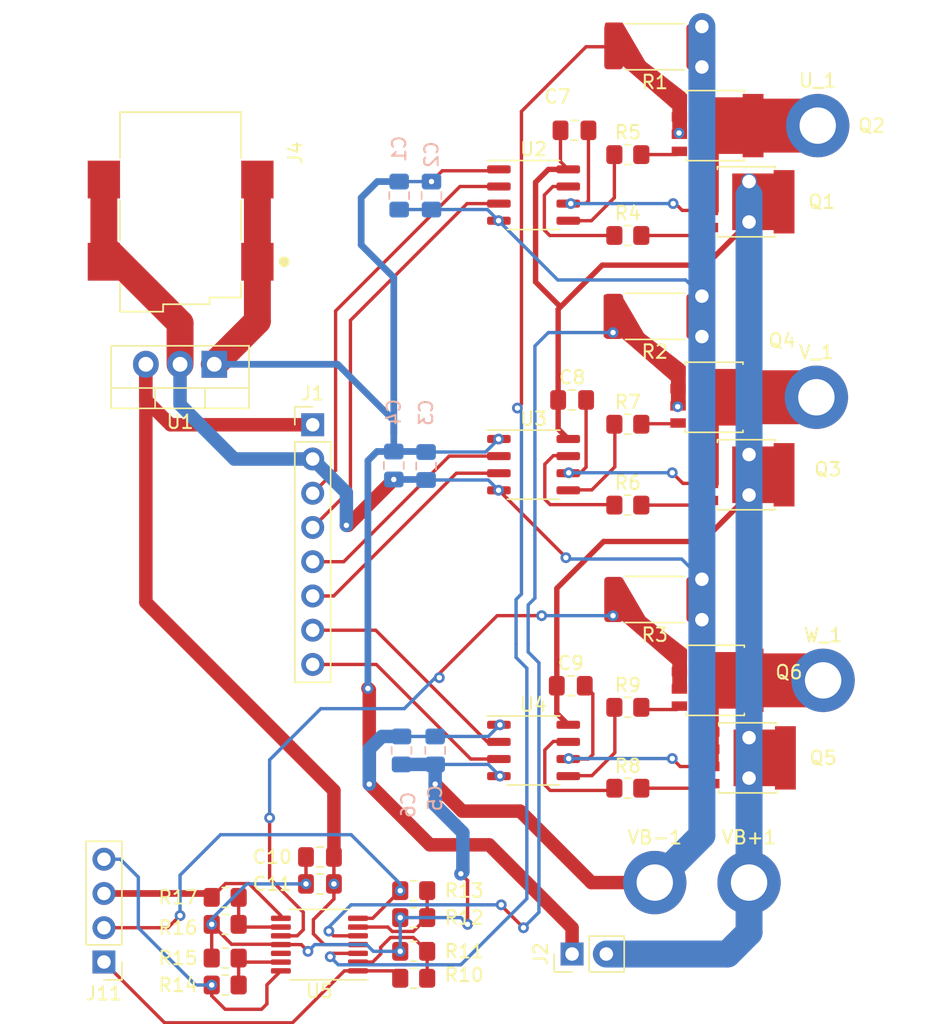
<source format=kicad_pcb>
(kicad_pcb (version 20210722) (generator pcbnew)
  (layers (0 "F.Cu" signal) (31 "B.Cu" signal) (34 "B.Paste" user) (35 "F.Paste" user) (36 "B.SilkS" user "B.Silkscreen") (37 "F.SilkS" user "F.Silkscreen") (38 "B.Mask" user) (39 "F.Mask" user) (44 "Edge.Cuts" user))
  (net 0 "")
  (net 1 "VCC")
  (net 2 "GND")
  (net 3 "Net-(U2-Pad2)")
  (net 4 "Net-(U2-Pad3)")
  (net 5 "+3V3")
  (net 6 "Net-(J1-Pad5)")
  (net 7 "Net-(J1-Pad6)")
  (net 8 "Net-(J1-Pad7)")
  (net 9 "Net-(J1-Pad8)")
  (net 10 "VBUS")
  (net 11 "Net-(J11-Pad1)")
  (net 12 "Net-(J11-Pad2)")
  (net 13 "Net-(J11-Pad3)")
  (net 14 "Net-(J11-Pad4)")
  (net 15 "Net-(Q2-Pad1)")
  (net 16 "Net-(Q4-Pad1)")
  (net 17 "Net-(Q6-Pad1)")
  (net 18 "Net-(R4-Pad1)")
  (net 19 "Net-(R5-Pad1)")
  (net 20 "Net-(R6-Pad1)")
  (net 21 "Net-(R7-Pad1)")
  (net 22 "Net-(R8-Pad1)")
  (net 23 "Net-(R9-Pad1)")
  (net 24 "Net-(R10-Pad1)")
  (net 25 "Net-(R12-Pad1)")
  (net 26 "Net-(R14-Pad1)")
  (net 27 "Net-(R16-Pad1)")
  (net 29 "/U")
  (net 30 "/V")
  (net 31 "/W")
  (net 32 "Net-(Q1-Pad4)")
  (net 33 "Net-(Q2-Pad4)")
  (net 34 "Net-(Q3-Pad4)")
  (net 35 "Net-(Q4-Pad4)")
  (net 36 "Net-(Q5-Pad4)")
  (net 37 "Net-(Q6-Pad4)")
  (footprint "Resistor_SMD:R_0805_2012Metric_Pad1.20x1.40mm_HandSolder" (layer "F.Cu") (at 265 72)
    (fp_text reference "R6")
    (fp_text value "R")
  )
  (footprint "Resistor_SMD:R_0805_2012Metric_Pad1.20x1.40mm_HandSolder" (layer "F.Cu") (at 235.1 107.6 180)
    (fp_text reference "R14")
    (fp_text value "10K")
  )
  (footprint "Capacitor_SMD:C_0805_2012Metric_Pad1.18x1.45mm_HandSolder" (layer "F.Cu") (at 260.8625 64.2)
    (fp_text reference "C8")
    (fp_text value "C")
  )
  (footprint "Resistor_SMD:R_0805_2012Metric_Pad1.20x1.40mm_HandSolder" (layer "F.Cu") (at 249.1 107.1 180)
    (fp_text reference "R10")
    (fp_text value "10K")
  )
  (footprint "Package_TO_SOT_SMD:LFPAK56" (layer "F.Cu") (at 273.965 69.75)
    (fp_text reference "Q3")
    (fp_text value "PSMN020-100YS")
  )
  (footprint "Package_TO_SOT_THT:TO-220-3_Vertical" (layer "F.Cu") (at 234.29 61.555 180)
    (fp_text reference "U1")
    (fp_text value "LM7805_TO220")
  )
  (footprint "Connector_PinHeader_2.54mm:PinHeader_1x08_P2.54mm_Vertical" (layer "F.Cu") (at 241.6 66.04)
    (fp_text reference "J1")
    (fp_text value "Conn_01x08_Female")
  )
  (footprint "MountingHole:MountingHole_2.7mm_M2.5_DIN965_Pad" (layer "F.Cu") (at 267 100)
    (fp_text reference "VB-1")
    (fp_text value "Conn_01x01_Female")
  )
  (footprint "MountingHole:MountingHole_2.7mm_M2.5_DIN965_Pad" (layer "F.Cu") (at 274 100)
    (fp_text reference "VB+1")
    (fp_text value "Conn_01x01_Female")
  )
  (footprint "Package_SO:SO-8_3.9x4.9mm_P1.27mm" (layer "F.Cu") (at 258 49)
    (fp_text reference "U2")
    (fp_text value "2EDL05")
  )
  (footprint "Resistor_SMD:R_2512_6332Metric_Pad1.40x3.35mm_HandSolder" (layer "F.Cu") (at 267 79 180)
    (fp_text reference "R3")
    (fp_text value "10m")
  )
  (footprint "MountingHole:MountingHole_2.7mm_M2.5_DIN965_Pad" (layer "F.Cu") (at 279.5 85)
    (fp_text reference "W_1")
    (fp_text value "Conn_01x01_Female")
  )
  (footprint "Package_TO_SOT_SMD:LFPAK56" (layer "F.Cu") (at 271.665 43.85)
    (fp_text reference "Q2")
    (fp_text value "PSMN020-100YS")
  )
  (footprint "Capacitor_SMD:C_0805_2012Metric_Pad1.18x1.45mm_HandSolder" (layer "F.Cu") (at 242.1375 98.1 180)
    (fp_text reference "C10")
    (fp_text value "4.7U")
  )
  (footprint "Resistor_SMD:R_0805_2012Metric_Pad1.20x1.40mm_HandSolder" (layer "F.Cu") (at 235.1 105.6 180)
    (fp_text reference "R15")
    (fp_text value "120")
  )
  (footprint "Package_SO:TSSOP-14_4.4x5mm_P0.65mm" (layer "F.Cu") (at 242.1 104.6 180)
    (fp_text reference "U5")
    (fp_text value "tsv914a")
  )
  (footprint "Resistor_SMD:R_2512_6332Metric_Pad1.40x3.35mm_HandSolder" (layer "F.Cu") (at 267 58 180)
    (fp_text reference "R2")
    (fp_text value "10m")
  )
  (footprint "Package_SO:SO-8_3.9x4.9mm_P1.27mm" (layer "F.Cu") (at 258 69)
    (fp_text reference "U3")
    (fp_text value "2EDL05")
  )
  (footprint "Capacitor_SMD:C_0805_2012Metric_Pad1.18x1.45mm_HandSolder" (layer "F.Cu") (at 242.1375 100.1 180)
    (fp_text reference "C11")
    (fp_text value "10n")
  )
  (footprint "Package_SO:SO-8_3.9x4.9mm_P1.27mm" (layer "F.Cu") (at 258 90.2)
    (fp_text reference "U4")
    (fp_text value "2EDL05")
  )
  (footprint "Capacitor_SMD:C_0805_2012Metric_Pad1.18x1.45mm_HandSolder" (layer "F.Cu") (at 261.0375 44.2)
    (fp_text reference "C7")
    (fp_text value "C")
  )
  (footprint "Resistor_SMD:R_0805_2012Metric_Pad1.20x1.40mm_HandSolder" (layer "F.Cu") (at 249.1 102.6 180)
    (fp_text reference "R12")
    (fp_text value "120")
  )
  (footprint "Connector_PinHeader_2.54mm:PinHeader_1x02_P2.54mm_Vertical" (layer "F.Cu") (at 260.86 105.3 90)
    (fp_text reference "J2")
    (fp_text value "Conn_01x02")
  )
  (footprint "Resistor_SMD:R_2512_6332Metric_Pad1.40x3.35mm_HandSolder" (layer "F.Cu") (at 267 38 180)
    (fp_text reference "R1")
    (fp_text value "10m")
  )
  (footprint "Connector_PinHeader_2.54mm:PinHeader_1x04_P2.54mm_Vertical" (layer "F.Cu") (at 226.1 105.89 180)
    (fp_text reference "J11")
    (fp_text value "Conn_01x04_Female")
  )
  (footprint "Resistor_SMD:R_0805_2012Metric_Pad1.20x1.40mm_HandSolder" (layer "F.Cu") (at 235.1 101.1 180)
    (fp_text reference "R17")
    (fp_text value "10K")
  )
  (footprint "MountingHole:MountingHole_2.7mm_M2.5_DIN965_Pad" (layer "F.Cu") (at 279.1 43.85)
    (fp_text reference "U_1")
    (fp_text value "Conn_01x01_Female")
  )
  (footprint "Resistor_SMD:R_0805_2012Metric_Pad1.20x1.40mm_HandSolder" (layer "F.Cu") (at 249.1 100.6 180)
    (fp_text reference "R13")
    (fp_text value "10K")
  )
  (footprint "Package_TO_SOT_SMD:LFPAK56" (layer "F.Cu") (at 274.065 90.75)
    (fp_text reference "Q5")
    (fp_text value "PSMN020-100YS")
  )
  (footprint "MountingHole:MountingHole_2.7mm_M2.5_DIN965_Pad" (layer "F.Cu") (at 279 64)
    (fp_text reference "V_1")
    (fp_text value "Conn_01x01_Female")
  )
  (footprint "Resistor_SMD:R_0805_2012Metric_Pad1.20x1.40mm_HandSolder" (layer "F.Cu") (at 265 52)
    (fp_text reference "R4")
    (fp_text value "R")
  )
  (footprint "A_user:CUI_PJ-002BH-SMT-TR" (layer "F.Cu") (at 237.4925 53.95 -90)
    (fp_text reference "J4")
    (fp_text value "Barrel_Jack_Switch_Pin3Ring")
  )
  (footprint "Resistor_SMD:R_0805_2012Metric_Pad1.20x1.40mm_HandSolder" (layer "F.Cu") (at 265 93)
    (fp_text reference "R8")
    (fp_text value "R")
  )
  (footprint "Resistor_SMD:R_0805_2012Metric_Pad1.20x1.40mm_HandSolder" (layer "F.Cu") (at 265 87)
    (fp_text reference "R9")
    (fp_text value "R")
  )
  (footprint "Package_TO_SOT_SMD:LFPAK56" (layer "F.Cu") (at 271.665 85)
    (fp_text reference "Q6")
    (fp_text value "PSMN010-100YS")
  )
  (footprint "Resistor_SMD:R_0805_2012Metric_Pad1.20x1.40mm_HandSolder" (layer "F.Cu") (at 265 46)
    (fp_text reference "R5")
    (fp_text value "R")
  )
  (footprint "Resistor_SMD:R_0805_2012Metric_Pad1.20x1.40mm_HandSolder" (layer "F.Cu") (at 249.1 105.1 180)
    (fp_text reference "R11")
    (fp_text value "120")
  )
  (footprint "Resistor_SMD:R_0805_2012Metric_Pad1.20x1.40mm_HandSolder" (layer "F.Cu") (at 235.1 103.1 180)
    (fp_text reference "R16")
    (fp_text value "120")
  )
  (footprint "Capacitor_SMD:C_0805_2012Metric_Pad1.18x1.45mm_HandSolder" (layer "F.Cu") (at 260.7625 85.4)
    (fp_text reference "C9")
    (fp_text value "C")
  )
  (footprint "Package_TO_SOT_SMD:LFPAK56" (layer "F.Cu") (at 273.965 49.5)
    (fp_text reference "Q1")
    (fp_text value "PSMN020-100YS")
  )
  (footprint "Package_TO_SOT_SMD:LFPAK56" (layer "F.Cu") (at 271.565 64)
    (fp_text reference "Q4")
    (fp_text value "PSMN020-100YS")
  )
  (footprint "Resistor_SMD:R_0805_2012Metric_Pad1.20x1.40mm_HandSolder" (layer "F.Cu") (at 265 66)
    (fp_text reference "R7")
    (fp_text value "R")
  )
  (footprint "Capacitor_SMD:C_0805_2012Metric_Pad1.18x1.45mm_HandSolder" (layer "B.Cu") (at 250.02 69.1 -90)
    (fp_text reference "C3")
    (fp_text value "4.7U")
  )
  (footprint "Capacitor_SMD:C_0805_2012Metric_Pad1.18x1.45mm_HandSolder" (layer "B.Cu") (at 250.695 90.2 -90)
    (fp_text reference "C5")
    (fp_text value "4.7U")
  )
  (footprint "Capacitor_SMD:C_0805_2012Metric_Pad1.18x1.45mm_HandSolder" (layer "B.Cu") (at 248.195 90.2 -90)
    (fp_text reference "C6")
    (fp_text value "10n")
  )
  (footprint "Capacitor_SMD:C_0805_2012Metric_Pad1.18x1.45mm_HandSolder" (layer "B.Cu") (at 247.62 69.0625 -90)
    (fp_text reference "C4")
    (fp_text value "10n")
  )
  (footprint "Capacitor_SMD:C_0805_2012Metric_Pad1.18x1.45mm_HandSolder" (layer "B.Cu") (at 248.02 49.0375 -90)
    (fp_text reference "C1")
    (fp_text value "4.7U")
  )
  (footprint "Capacitor_SMD:C_0805_2012Metric_Pad1.18x1.45mm_HandSolder" (layer "B.Cu") (at 250.42 49.0375 -90)
    (fp_text reference "C2")
    (fp_text value "10n")
  )
  (segment (start 245.8 85.7) (end 245.7 85.6) (width 1) (layer "F.Cu") (net 1))
  (segment (start 237.4925 53.95) (end 237.4925 58.3525) (width 2) (layer "F.Cu") (net 1))
  (segment (start 245.8 92.7) (end 245.8 85.7) (width 1) (layer "F.Cu") (net 1))
  (segment (start 237.4925 58.3525) (end 234.29 61.555) (width 2) (layer "F.Cu") (net 1))
  (segment (start 254.7 97.2) (end 260.86 103.36) (width 1) (layer "F.Cu") (net 1))
  (segment (start 251.22 47.2) (end 255.3 47.2) (width 0.25) (layer "F.Cu") (net 1))
  (segment (start 237.4925 47.85) (end 237.4925 53.95) (width 2) (layer "F.Cu") (net 1))
  (segment (start 250.3 97.2) (end 254.7 97.2) (width 1) (layer "F.Cu") (net 1))
  (segment (start 255.3 47.2) (end 255.4 47.1) (width 0.25) (layer "F.Cu") (net 1))
  (segment (start 260.86 103.36) (end 260.86 105.3) (width 1) (layer "F.Cu") (net 1))
  (segment (start 245.8 92.7) (end 250.3 97.2) (width 1) (layer "F.Cu") (net 1))
  (segment (start 250.42 48) (end 251.22 47.2) (width 0.25) (layer "F.Cu") (net 1))
  (via (at 245.8 92.7) (size 0.8) (drill 0.4) (layers "F.Cu" "B.Cu") (net 1))
  (via (at 250.42 48) (size 0.8) (drill 0.4) (layers "F.Cu" "B.Cu") (net 1))
  (via (at 255.5 88.3) (size 0.8) (drill 0.4) (layers "F.Cu" "B.Cu") (net 1))
  (via (at 255.4 67.1) (size 0.8) (drill 0.4) (layers "F.Cu" "B.Cu") (net 1))
  (via (at 245.7 85.6) (size 0.8) (drill 0.4) (layers "F.Cu" "B.Cu") (net 1))
  (segment (start 245.2 52.7) (end 245.2 49.2) (width 0.5) (layer "B.Cu") (net 1))
  (segment (start 246.375 68.025) (end 245.7 68.7) (width 0.5) (layer "B.Cu") (net 1))
  (segment (start 246.4 48) (end 248.02 48) (width 0.5) (layer "B.Cu") (net 1))
  (segment (start 255.5 88.3) (end 254.6375 89.1625) (width 0.25) (layer "B.Cu") (net 1))
  (segment (start 245.7 82.2) (end 245.7 85.6) (width 0.5) (layer "B.Cu") (net 1))
  (segment (start 245.2 49.2) (end 246.4 48) (width 0.5) (layer "B.Cu") (net 1))
  (segment (start 247.62 68.025) (end 249.9825 68.025) (width 0.5) (layer "B.Cu") (net 1))
  (segment (start 247.62 66.68) (end 247.62 55.12) (width 0.5) (layer "B.Cu") (net 1))
  (segment (start 247.62 66.68) (end 247.62 65.72) (width 0.5) (layer "B.Cu") (net 1))
  (segment (start 248.195 89.1625) (end 250.695 89.1625) (width 0.25) (layer "B.Cu") (net 1))
  (segment (start 246.7375 89.1625) (end 245.8 90.1) (width 1) (layer "B.Cu") (net 1))
  (segment (start 245.8 90.1) (end 245.8 92.7) (width 1) (layer "B.Cu") (net 1))
  (segment (start 245.7 68.7) (end 245.7 82.2) (width 0.5) (layer "B.Cu") (net 1))
  (segment (start 254.4375 68.0625) (end 250.02 68.0625) (width 0.25) (layer "B.Cu") (net 1))
  (segment (start 247.62 55.12) (end 245.2 52.7) (width 0.5) (layer "B.Cu") (net 1))
  (segment (start 247.62 68.025) (end 246.375 68.025) (width 0.5) (layer "B.Cu") (net 1))
  (segment (start 249.9825 68.025) (end 250.02 68.0625) (width 0.25) (layer "B.Cu") (net 1))
  (segment (start 254.6375 89.1625) (end 250.695 89.1625) (width 0.25) (layer "B.Cu") (net 1))
  (segment (start 248.02 48) (end 250.42 48) (width 0.25) (layer "B.Cu") (net 1))
  (segment (start 243.455 61.555) (end 234.29 61.555) (width 0.5) (layer "B.Cu") (net 1))
  (segment (start 247.62 65.72) (end 243.455 61.555) (width 0.5) (layer "B.Cu") (net 1))
  (segment (start 247.62 68.025) (end 247.62 66.68) (width 0.5) (layer "B.Cu") (net 1))
  (segment (start 255.4 67.1) (end 254.4375 68.0625) (width 0.25) (layer "B.Cu") (net 1))
  (segment (start 248.195 89.1625) (end 246.7375 89.1625) (width 1) (layer "B.Cu") (net 1))
  (segment (start 240.75 104.6) (end 241.25 105.1) (width 0.25) (layer "F.Cu") (net 2))
  (segment (start 257 94.7) (end 262.3 100) (width 1) (layer "F.Cu") (net 2))
  (segment (start 231.75 61.555) (end 231.75 58.5) (width 2) (layer "F.Cu") (net 2))
  (segment (start 244.22 73.5) (end 247.62 70.1) (width 1) (layer "F.Cu") (net 2))
  (segment (start 226.0925 52.8425) (end 226.0925 47.85) (width 2) (layer "F.Cu") (net 2))
  (segment (start 253.1 99.85) (end 252.6 99.35) (width 0.25) (layer "F.Cu") (net 2))
  (segment (start 239.2375 104.6) (end 239.21298 104.57548) (width 0.25) (layer "F.Cu") (net 2))
  (segment (start 250.695 92.695) (end 252.7 94.7) (width 1) (layer "F.Cu") (net 2))
  (segment (start 253.1 103.1) (end 253.1 99.85) (width 0.25) (layer "F.Cu") (net 2))
  (segment (start 241.1 98.1) (end 241.1 100.1) (width 0.25) (layer "F.Cu") (net 2))
  (segment (start 239.2375 104.6) (end 240.75 104.6) (width 0.25) (layer "F.Cu") (net 2))
  (segment (start 262.3 100) (end 267 100) (width 1) (layer "F.Cu") (net 2))
  (segment (start 260.4 75.88) (end 255.425 70.905) (width 0.25) (layer "F.Cu") (net 2))
  (segment (start 231.75 58.5) (end 226.0925 52.8425) (width 2) (layer "F.Cu") (net 2))
  (segment (start 252.7 94.7) (end 257 94.7) (width 1) (layer "F.Cu") (net 2))
  (segment (start 260.4 75.9) (end 260.4 75.88) (width 0.25) (layer "F.Cu") (net 2))
  (segment (start 234.1 103.1) (end 234.1 105.6) (width 0.25) (layer "F.Cu") (net 2))
  (segment (start 239.21298 104.57548) (end 235.57548 104.57548) (width 0.25) (layer "F.Cu") (net 2))
  (segment (start 235.57548 104.57548) (end 234.1 103.1) (width 0.25) (layer "F.Cu") (net 2))
  (segment (start 244.1 73.5) (end 244.22 73.5) (width 1) (layer "F.Cu") (net 2))
  (via (at 270.5 36.5) (size 1.2) (drill 1) (layers "F.Cu" "B.Cu") (net 2))
  (via (at 244.1 73.5) (size 0.8) (drill 0.4) (layers "F.Cu" "B.Cu") (net 2))
  (via (at 241.25 105.1) (size 0.8) (drill 0.4) (layers "F.Cu" "B.Cu") (net 2))
  (via (at 255.4 70.9) (size 0.8) (drill 0.4) (layers "F.Cu" "B.Cu") (net 2))
  (via (at 260.4 75.9) (size 0.8) (drill 0.4) (layers "F.Cu" "B.Cu") (net 2))
  (via (at 250.695 92.695) (size 0.8) (drill 0.4) (layers "F.Cu" "B.Cu") (net 2))
  (via (at 255.4 50.9) (size 0.8) (drill 0.4) (layers "F.Cu" "B.Cu") (net 2))
  (via (at 255.5 92.1) (size 0.8) (drill 0.4) (layers "F.Cu" "B.Cu") (net 2))
  (via (at 270.5 39.5) (size 1.2) (drill 1) (layers "F.Cu" "B.Cu") (net 2))
  (via (at 248.1 102.6) (size 0.8) (drill 0.4) (layers "F.Cu" "B.Cu") (net 2))
  (via (at 270.5 77.5) (size 1.2) (drill 1) (layers "F.Cu" "B.Cu") (net 2))
  (via (at 252.6 99.35) (size 0.8) (drill 0.4) (layers "F.Cu" "B.Cu") (net 2))
  (via (at 241.1 100.1) (size 0.8) (drill 0.4) (layers "F.Cu" "B.Cu") (net 2))
  (via (at 270.5 59.5) (size 1.2) (drill 1) (layers "F.Cu" "B.Cu") (net 2))
  (via (at 253.1 103.1) (size 0.8) (drill 0.4) (layers "F.Cu" "B.Cu") (net 2))
  (via (at 248.1 105.1) (size 0.8) (drill 0.4) (layers "F.Cu" "B.Cu") (net 2))
  (via (at 234.1 103.1) (size 0.8) (drill 0.4) (layers "F.Cu" "B.Cu") (net 2))
  (via (at 247.62 70.1) (size 0.8) (drill 0.4) (layers "F.Cu" "B.Cu") (net 2))
  (via (at 270.5 80.5) (size 1.2) (drill 1) (layers "F.Cu" "B.Cu") (net 2))
  (via (at 270.5 56.5) (size 1.2) (drill 1) (layers "F.Cu" "B.Cu") (net 2))
  (segment (start 252.75 96.3) (end 252.75 99.2) (width 1) (layer "B.Cu") (net 2))
  (segment (start 253.1 103.1) (end 253.15 103.15) (width 0.25) (layer "B.Cu") (net 2))
  (segment (start 270.5 96.5) (end 270.5 36.5) (width 2) (layer "B.Cu") (net 2))
  (segment (start 248.1 105.1) (end 248.1 102.6) (width 0.25) (layer "B.Cu") (net 2))
  (segment (start 269 76) (end 270.5 77.5) (width 0.25) (layer "B.Cu") (net 2))
  (segment (start 248.1 105.1) (end 246.1 105.1) (width 0.25) (layer "B.Cu") (net 2))
  (segment (start 255.5 92.1) (end 254.6375 91.2375) (width 0.25) (layer "B.Cu") (net 2))
  (segment (start 254.6375 70.1375) (end 250.02 70.1375) (width 0.25) (layer "B.Cu") (net 2))
  (segment (start 241.6 68.58) (end 244.1 71.08) (width 1) (layer "B.Cu") (net 2))
  (segment (start 252.6 102.6) (end 253.1 103.1) (width 0.25) (layer "B.Cu") (net 2))
  (segment (start 246.1 105.1) (end 245.6 104.6) (width 0.25) (layer "B.Cu") (net 2))
  (segment (start 250.695 91.2375) (end 250.695 92.695) (width 1) (layer "B.Cu") (net 2))
  (segment (start 231.75 61.555) (end 231.75 64.55) (width 1) (layer "B.Cu") (net 2))
  (segment (start 234.1 102.7) (end 236.7 100.1) (width 0.25) (layer "B.Cu") (net 2))
  (segment (start 255.4 50.9) (end 254.575 50.075) (width 0.25) (layer "B.Cu") (net 2))
  (segment (start 231.75 64.55) (end 235.78 68.58) (width 1) (layer "B.Cu") (net 2))
  (segment (start 249.9825 70.1) (end 250.02 70.1375) (width 0.25) (layer "B.Cu") (net 2))
  (segment (start 255.4 50.9) (end 259.8 55.3) (width 0.25) (layer "B.Cu") (net 2))
  (segment (start 241.75 104.6) (end 241.25 105.1) (width 0.25) (layer "B.Cu") (net 2))
  (segment (start 255.4 70.9) (end 254.6375 70.1375) (width 0.25) (layer "B.Cu") (net 2))
  (segment (start 260.4 75.9) (end 260.5 76) (width 0.25) (layer "B.Cu") (net 2))
  (segment (start 244.1 71.08) (end 244.1 73.5) (width 1) (layer "B.Cu") (net 2))
  (segment (start 236.7 100.1) (end 241.1 100.1) (width 0.25) (layer "B.Cu") (net 2))
  (segment (start 235.78 68.58) (end 241.6 68.58) (width 1) (layer "B.Cu") (net 2))
  (segment (start 254.575 50.075) (end 250.42 50.075) (width 0.25) (layer "B.Cu") (net 2))
  (segment (start 259.8 55.3) (end 269.3 55.3) (width 0.25) (layer "B.Cu") (net 2))
  (segment (start 254.6375 91.2375) (end 250.695 91.2375) (width 0.25) (layer "B.Cu") (net 2))
  (segment (start 250.42 50.075) (end 248.02 50.075) (width 0.25) (layer "B.Cu") (net 2))
  (segment (start 248.195 91.2375) (end 250.695 91.2375) (width 1) (layer "B.Cu") (net 2))
  (segment (start 234.1 103.1) (end 234.1 102.7) (width 0.25) (layer "B.Cu") (net 2))
  (segment (start 248.1 102.6) (end 252.6 102.6) (width 0.25) (layer "B.Cu") (net 2))
  (segment (start 260.5 76) (end 269 76) (width 0.25) (layer "B.Cu") (net 2))
  (segment (start 245.6 104.6) (end 241.75 104.6) (width 0.25) (layer "B.Cu") (net 2))
  (segment (start 252.75 99.2) (end 252.6 99.35) (width 1) (layer "B.Cu") (net 2))
  (segment (start 247.62 70.1) (end 249.9825 70.1) (width 0.5) (layer "B.Cu") (net 2))
  (segment (start 269.3 55.3) (end 270.5 56.5) (width 0.25) (layer "B.Cu") (net 2))
  (segment (start 250.695 92.695) (end 250.695 94.245) (width 1) (layer "B.Cu") (net 2))
  (segment (start 267 100) (end 270.5 96.5) (width 2) (layer "B.Cu") (net 2))
  (segment (start 250.695 94.245) (end 252.75 96.3) (width 1) (layer "B.Cu") (net 2))
  (segment (start 243.3 69.42) (end 243.3 57.6) (width 0.25) (layer "F.Cu") (net 3))
  (segment (start 243.3 57.6) (end 252.535 48.365) (width 0.25) (layer "F.Cu") (net 3))
  (segment (start 252.535 48.365) (end 255.425 48.365) (width 0.25) (layer "F.Cu") (net 3))
  (segment (start 241.6 71.12) (end 243.3 69.42) (width 0.25) (layer "F.Cu") (net 3))
  (segment (start 244.4 58.3) (end 253.065 49.635) (width 0.25) (layer "F.Cu") (net 4))
  (segment (start 241.6 73.66) (end 244.4 70.86) (width 0.25) (layer "F.Cu") (net 4))
  (segment (start 244.4 70.86) (end 244.4 58.3) (width 0.25) (layer "F.Cu") (net 4))
  (segment (start 253.065 49.635) (end 255.425 49.635) (width 0.25) (layer "F.Cu") (net 4))
  (segment (start 241.65 103.8) (end 241.65 102.75) (width 0.25) (layer "F.Cu") (net 5))
  (segment (start 243.175 93.175) (end 243.175 98.1) (width 1) (layer "F.Cu") (net 5))
  (segment (start 229.21 61.555) (end 229.21 64.21) (width 1) (layer "F.Cu") (net 5))
  (segment (start 229.21 64.21) (end 231.04 66.04) (width 1) (layer "F.Cu") (net 5))
  (segment (start 243.175 101.225) (end 243.175 100.1) (width 0.25) (layer "F.Cu") (net 5))
  (segment (start 229.21 61.555) (end 229.21 79.21) (width 1) (layer "F.Cu") (net 5))
  (segment (start 243.175 98.1) (end 243.175 100.1) (width 0.25) (layer "F.Cu") (net 5))
  (segment (start 244.9625 104.6) (end 242.45 104.6) (width 0.25) (layer "F.Cu") (net 5))
  (segment (start 242.45 104.6) (end 241.65 103.8) (width 0.25) (layer "F.Cu") (net 5))
  (segment (start 231.04 66.04) (end 241.6 66.04) (width 1) (layer "F.Cu") (net 5))
  (segment (start 229.21 79.21) (end 243.175 93.175) (width 1) (layer "F.Cu") (net 5))
  (segment (start 241.65 102.75) (end 243.175 101.225) (width 0.25) (layer "F.Cu") (net 5))
  (via (at 243.175 100.1) (size 0.8) (drill 0.4) (layers "F.Cu" "B.Cu") (net 5))
  (segment (start 251.735 68.365) (end 255.425 68.365) (width 0.25) (layer "F.Cu") (net 6))
  (segment (start 243.9 76.2) (end 251.735 68.365) (width 0.25) (layer "F.Cu") (net 6))
  (segment (start 241.6 76.2) (end 243.9 76.2) (width 0.25) (layer "F.Cu") (net 6))
  (segment (start 243.16 78.74) (end 252.265 69.635) (width 0.25) (layer "F.Cu") (net 7))
  (segment (start 252.265 69.635) (end 255.425 69.635) (width 0.25) (layer "F.Cu") (net 7))
  (segment (start 241.6 78.74) (end 243.16 78.74) (width 0.25) (layer "F.Cu") (net 7))
  (segment (start 241.6 81.28) (end 246.28 81.28) (width 0.25) (layer "F.Cu") (net 8))
  (segment (start 254.565 89.565) (end 255.425 89.565) (width 0.25) (layer "F.Cu") (net 8))
  (segment (start 246.28 81.28) (end 254.565 89.565) (width 0.25) (layer "F.Cu") (net 8))
  (segment (start 253.335 90.835) (end 246.32 83.82) (width 0.25) (layer "F.Cu") (net 9))
  (segment (start 255.425 90.835) (end 253.335 90.835) (width 0.25) (layer "F.Cu") (net 9))
  (segment (start 246.32 83.82) (end 241.6 83.82) (width 0.25) (layer "F.Cu") (net 9))
  (segment (start 263.1 54.2) (end 270.8 54.2) (width 0.4) (layer "F.Cu") (net 10))
  (segment (start 259.725 85.4) (end 259.725 78.175) (width 0.4) (layer "F.Cu") (net 10))
  (segment (start 270.55 74.7) (end 274 71.25) (width 0.4) (layer "F.Cu") (net 10))
  (segment (start 259.825 66.345) (end 259.825 64.2) (width 0.4) (layer "F.Cu") (net 10))
  (segment (start 263.2 74.7) (end 270.55 74.7) (width 0.4) (layer "F.Cu") (net 10))
  (segment (start 260 46.52) (end 260 44.2) (width 0.25) (layer "F.Cu") (net 10))
  (segment (start 259.725 78.175) (end 263.2 74.7) (width 0.4) (layer "F.Cu") (net 10))
  (segment (start 259.825 64.2) (end 259.825 57.475) (width 0.4) (layer "F.Cu") (net 10))
  (segment (start 258.15 48.05) (end 258.15 55.45) (width 0.4) (layer "F.Cu") (net 10))
  (segment (start 260.575 47.095) (end 259.105 47.095) (width 0.4) (layer "F.Cu") (net 10))
  (segment (start 258.4 55.7) (end 259.9 57.2) (width 0.4) (layer "F.Cu") (net 10))
  (segment (start 258.15 55.45) (end 258.4 55.7) (width 0.4) (layer "F.Cu") (net 10))
  (segment (start 259.105 47.095) (end 258.15 48.05) (width 0.4) (layer "F.Cu") (net 10))
  (segment (start 260.575 67.095) (end 259.825 66.345) (width 0.4) (layer "F.Cu") (net 10))
  (segment (start 259.725 87.445) (end 260.575 88.295) (width 0.4) (layer "F.Cu") (net 10))
  (segment (start 259.725 85.4) (end 259.725 87.445) (width 0.4) (layer "F.Cu") (net 10))
  (segment (start 270.8 54.2) (end 274 51) (width 0.4) (layer "F.Cu") (net 10))
  (segment (start 260.575 47.095) (end 260 46.52) (width 0.25) (layer "F.Cu") (net 10))
  (segment (start 259.825 57.475) (end 263.1 54.2) (width 0.4) (layer "F.Cu") (net 10))
  (via (at 274 92.25) (size 1.2) (drill 1) (layers "F.Cu" "B.Cu") (net 10))
  (via (at 274 71.25) (size 1.2) (drill 1) (layers "F.Cu" "B.Cu") (net 10))
  (via (at 274 68.25) (size 1.2) (drill 1) (layers "F.Cu" "B.Cu") (net 10))
  (via (at 274 48) (size 1.2) (drill 1) (layers "F.Cu" "B.Cu") (net 10))
  (via (at 274 89.25) (size 1.2) (drill 1) (layers "F.Cu" "B.Cu") (net 10))
  (via (at 274 51) (size 1.2) (drill 1) (layers "F.Cu" "B.Cu") (net 10))
  (segment (start 272.4 105.3) (end 263.4 105.3) (width 2) (layer "B.Cu") (net 10))
  (segment (start 274 100) (end 274 49) (width 2) (layer "B.Cu") (net 10))
  (segment (start 273 104.7) (end 272.4 105.3) (width 2) (layer "B.Cu") (net 10))
  (segment (start 274 100) (end 274 103.7) (width 2) (layer "B.Cu") (net 10))
  (segment (start 274 103.7) (end 273 104.7) (width 2) (layer "B.Cu") (net 10))
  (segment (start 244.9625 106.55) (end 247.55 106.55) (width 0.25) (layer "F.Cu") (net 11))
  (segment (start 230.6 110.4) (end 226.1 105.9) (width 0.25) (layer "F.Cu") (net 11))
  (segment (start 243.95 106.55) (end 240.1 110.4) (width 0.25) (layer "F.Cu") (net 11))
  (segment (start 240.1 110.4) (end 230.6 110.4) (width 0.25) (layer "F.Cu") (net 11))
  (segment (start 226.1 105.9) (end 226.1 105.89) (width 0.25) (layer "F.Cu") (net 11))
  (segment (start 247.55 106.55) (end 248.1 107.1) (width 0.25) (layer "F.Cu") (net 11))
  (segment (start 244.9625 106.55) (end 243.95 106.55) (width 0.25) (layer "F.Cu") (net 11))
  (segment (start 246.05 102.65) (end 248.1 100.6) (width 0.25) (layer "F.Cu") (net 12))
  (segment (start 230.85 103.35) (end 231.75 102.45) (width 0.25) (layer "F.Cu") (net 12))
  (segment (start 244.9625 102.65) (end 246.05 102.65) (width 0.25) (layer "F.Cu") (net 12))
  (segment (start 226.1 103.35) (end 230.85 103.35) (width 0.25) (layer "F.Cu") (net 12))
  (via (at 248.1 100.6) (size 0.8) (drill 0.4) (layers "F.Cu" "B.Cu") (net 12))
  (via (at 231.75 102.45) (size 0.8) (drill 0.4) (layers "F.Cu" "B.Cu") (net 12))
  (segment (start 234.75 96.45) (end 231.75 99.45) (width 0.25) (layer "B.Cu") (net 12))
  (segment (start 248.1 100.1) (end 245.1 97.1) (width 0.25) (layer "B.Cu") (net 12))
  (segment (start 244.45 96.45) (end 234.75 96.45) (width 0.25) (layer "B.Cu") (net 12))
  (segment (start 231.75 99.45) (end 231.75 102.45) (width 0.25) (layer "B.Cu") (net 12))
  (segment (start 248.1 100.6) (end 248.1 100.1) (width 0.25) (layer "B.Cu") (net 12))
  (segment (start 245.1 97.1) (end 244.45 96.45) (width 0.25) (layer "B.Cu") (net 12))
  (segment (start 239.2375 102.450001) (end 236.862979 100.07548) (width 0.25) (layer "F.Cu") (net 13))
  (segment (start 239.2375 102.65) (end 239.2375 102.450001) (width 0.25) (layer "F.Cu") (net 13))
  (segment (start 236.862979 100.07548) (end 235.12452 100.07548) (width 0.25) (layer "F.Cu") (net 13))
  (segment (start 233.81 100.81) (end 234.1 101.1) (width 0.5) (layer "F.Cu") (net 13))
  (segment (start 226.1 100.81) (end 233.81 100.81) (width 0.5) (layer "F.Cu") (net 13))
  (segment (start 235.12452 100.07548) (end 234.1 101.1) (width 0.25) (layer "F.Cu") (net 13))
  (segment (start 234.1 107.6) (end 234.1 108.4) (width 0.25) (layer "F.Cu") (net 14))
  (segment (start 237.8 109.4) (end 238.2 109) (width 0.25) (layer "F.Cu") (net 14))
  (segment (start 234.1 108.4) (end 235.1 109.4) (width 0.25) (layer "F.Cu") (net 14))
  (segment (start 235.1 109.4) (end 237.8 109.4) (width 0.25) (layer "F.Cu") (net 14))
  (segment (start 238.2 107.5875) (end 239.2375 106.55) (width 0.25) (layer "F.Cu") (net 14))
  (segment (start 238.2 109) (end 238.2 107.5875) (width 0.25) (layer "F.Cu") (net 14))
  (via (at 234.1 107.6) (size 0.8) (drill 0.4) (layers "F.Cu" "B.Cu") (net 14))
  (segment (start 232.9 107.6) (end 228.65 103.35) (width 0.25) (layer "B.Cu") (net 14))
  (segment (start 234.1 107.6) (end 232.9 107.6) (width 0.25) (layer "B.Cu") (net 14))
  (segment (start 228.65 99.6) (end 227.32 98.27) (width 0.25) (layer "B.Cu") (net 14))
  (segment (start 228.65 103.35) (end 228.65 99.6) (width 0.25) (layer "B.Cu") (net 14))
  (segment (start 227.32 98.27) (end 226.1 98.27) (width 0.25) (layer "B.Cu") (net 14))
  (segment (start 261.9 38) (end 261.3 38.6) (width 0.25) (layer "F.Cu") (net 15))
  (segment (start 243.15 105.25) (end 242.9 105.5) (width 0.25) (layer "F.Cu") (net 15))
  (segment (start 261.3 38.6) (end 257.1 42.8) (width 0.25) (layer "F.Cu") (net 15))
  (segment (start 257.1 64.5) (end 256.8 64.8) (width 0.25) (layer "F.Cu") (net 15))
  (segment (start 257.1 42.8) (end 257.1 52) (width 0.25) (layer "F.Cu") (net 15))
  (segment (start 263.95 38) (end 261.9 38) (width 0.25) (layer "F.Cu") (net 15))
  (segment (start 244.9625 105.25) (end 243.15 105.25) (width 0.25) (layer "F.Cu") (net 15))
  (segment (start 257.1 52) (end 257.1 64.5) (width 0.25) (layer "F.Cu") (net 15))
  (via (at 256.8 64.8) (size 0.8) (drill 0.4) (layers "F.Cu" "B.Cu") (net 15))
  (via (at 268.8 44.4) (size 0.8) (drill 0.4) (layers "F.Cu" "B.Cu") (net 15))
  (via (at 242.9 105.5) (size 0.8) (drill 0.4) (layers "F.Cu" "B.Cu") (net 15))
  (segment (start 253.7 105) (end 253.45 105.25) (width 0.25) (layer "B.Cu") (net 15))
  (segment (start 256.8 64.8) (end 257 65) (width 0.25) (layer "B.Cu") (net 15))
  (segment (start 256.7 83.3) (end 257.5 84.1) (width 0.25) (layer "B.Cu") (net 15))
  (segment (start 256.7 82.3) (end 256.7 83.3) (width 0.25) (layer "B.Cu") (net 15))
  (segment (start 257.1 67.5) (end 257.1 71.8) (width 0.25) (layer "B.Cu") (net 15))
  (segment (start 257 65) (end 257.1 65.1) (width 0.25) (layer "B.Cu") (net 15))
  (segment (start 242.9 105.5) (end 243.5 106.1) (width 0.25) (layer "B.Cu") (net 15))
  (segment (start 243.5 106.1) (end 252.6 106.1) (width 0.25) (layer "B.Cu") (net 15))
  (segment (start 257.1 78.6) (end 256.7 79) (width 0.25) (layer "B.Cu") (net 15))
  (segment (start 255.9 102.8) (end 253.7 105) (width 0.25) (layer "B.Cu") (net 15))
  (segment (start 252.6 106.1) (end 253.7 105) (width 0.25) (layer "B.Cu") (net 15))
  (segment (start 256.7 79) (end 256.7 82.3) (width 0.25) (layer "B.Cu") (net 15))
  (segment (start 257.1 71.8) (end 257.1 78.6) (width 0.25) (layer "B.Cu") (net 15))
  (segment (start 257.5 84.1) (end 257.5 101.2) (width 0.25) (layer "B.Cu") (net 15))
  (segment (start 257.5 101.2) (end 255.9 102.8) (width 0.25) (layer "B.Cu") (net 15))
  (segment (start 257.1 65.1) (end 257.1 67.5) (width 0.25) (layer "B.Cu") (net 15))
  (segment (start 255.6 101.7) (end 257.25 103.35) (width 0.25) (layer "F.Cu") (net 16))
  (segment (start 244.9625 103.95) (end 243.15 103.95) (width 0.25) (layer "F.Cu") (net 16))
  (segment (start 255.6 101.65) (end 255.6 101.7) (width 0.25) (layer "F.Cu") (net 16))
  (segment (start 243.15 103.95) (end 242.8 103.6) (width 0.25) (layer "F.Cu") (net 16))
  (via (at 242.8 103.6) (size 0.8) (drill 0.4) (layers "F.Cu" "B.Cu") (net 16))
  (via (at 255.6 101.65) (size 0.8) (drill 0.4) (layers "F.Cu" "B.Cu") (net 16))
  (via (at 263.9 59.2) (size 0.8) (drill 0.4) (layers "F.Cu" "B.Cu") (net 16))
  (via (at 268.7 64.7) (size 0.8) (drill 0.4) (layers "F.Cu" "B.Cu") (net 16))
  (via (at 257.25 103.35) (size 0.8) (drill 0.4) (layers "F.Cu" "B.Cu") (net 16))
  (segment (start 249.95 101.65) (end 255.6 101.65) (width 0.25) (layer "B.Cu") (net 16))
  (segment (start 258.1 60.2) (end 258.1 72.7) (width 0.25) (layer "B.Cu") (net 16))
  (segment (start 258.4 83.7) (end 258.4 102.2) (width 0.25) (layer "B.Cu") (net 16))
  (segment (start 258.1 78.9) (end 257.6 79.4) (width 0.25) (layer "B.Cu") (net 16))
  (segment (start 258.4 102.2) (end 257.25 103.35) (width 0.25) (layer "B.Cu") (net 16))
  (segment (start 259.1 59.2) (end 258.1 60.2) (width 0.25) (layer "B.Cu") (net 16))
  (segment (start 258.1 72.7) (end 258.1 78.9) (width 0.25) (layer "B.Cu") (net 16))
  (segment (start 257.6 82.3) (end 257.6 82.9) (width 0.25) (layer "B.Cu") (net 16))
  (segment (start 257.6 82.9) (end 258.4 83.7) (width 0.25) (layer "B.Cu") (net 16))
  (segment (start 244.45 101.65) (end 249.95 101.65) (width 0.25) (layer "B.Cu") (net 16))
  (segment (start 242.8 103.6) (end 242.8 103.3) (width 0.25) (layer "B.Cu") (net 16))
  (segment (start 243.35 102.75) (end 244.45 101.65) (width 0.25) (layer "B.Cu") (net 16))
  (segment (start 242.8 103.3) (end 243.35 102.75) (width 0.25) (layer "B.Cu") (net 16))
  (segment (start 257.6 79.4) (end 257.6 82.3) (width 0.25) (layer "B.Cu") (net 16))
  (segment (start 263.9 59.2) (end 259.1 59.2) (width 0.25) (layer "B.Cu") (net 16))
  (segment (start 240.9 102.2) (end 238.4 99.7) (width 0.25) (layer "F.Cu") (net 17))
  (segment (start 239.2375 103.95) (end 240.45 103.95) (width 0.25) (layer "F.Cu") (net 17))
  (segment (start 255.3 80.2) (end 258.6 80.2) (width 0.25) (layer "F.Cu") (net 17))
  (segment (start 251 84.8) (end 251 84.5) (width 0.25) (layer "F.Cu") (net 17))
  (segment (start 240.9 103.5) (end 240.9 102.2) (width 0.25) (layer "F.Cu") (net 17))
  (segment (start 251 84.5) (end 255.3 80.2) (width 0.25) (layer "F.Cu") (net 17))
  (segment (start 240.45 103.95) (end 240.9 103.5) (width 0.25) (layer "F.Cu") (net 17))
  (segment (start 238.4 99.7) (end 238.4 95.2) (width 0.25) (layer "F.Cu") (net 17))
  (via (at 251 84.8) (size 0.8) (drill 0.4) (layers "F.Cu" "B.Cu") (net 17))
  (via (at 258.6 80.2) (size 0.8) (drill 0.4) (layers "F.Cu" "B.Cu") (net 17))
  (via (at 263.9 80.2) (size 0.8) (drill 0.4) (layers "F.Cu" "B.Cu") (net 17))
  (via (at 238.4 95.2) (size 0.8) (drill 0.4) (layers "F.Cu" "B.Cu") (net 17))
  (segment (start 251 84.8) (end 250.7 84.8) (width 0.25) (layer "B.Cu") (net 17))
  (segment (start 258.6 80.2) (end 258.4 80.4) (width 0.25) (layer "B.Cu") (net 17))
  (segment (start 263.9 80.2) (end 258.6 80.2) (width 0.25) (layer "B.Cu") (net 17))
  (segment (start 242.2 87.1) (end 238.4 90.9) (width 0.25) (layer "B.Cu") (net 17))
  (segment (start 248.6 86.9) (end 248.4 87.1) (width 0.25) (layer "B.Cu") (net 17))
  (segment (start 238.4 90.9) (end 238.4 95.2) (width 0.25) (layer "B.Cu") (net 17))
  (segment (start 248.4 87.1) (end 242.2 87.1) (width 0.25) (layer "B.Cu") (net 17))
  (segment (start 250.7 84.8) (end 248.6 86.9) (width 0.25) (layer "B.Cu") (net 17))
  (segment (start 259.435 48.365) (end 260.575 48.365) (width 0.25) (layer "F.Cu") (net 18))
  (segment (start 258.8 49) (end 259.435 48.365) (width 0.25) (layer "F.Cu") (net 18))
  (segment (start 258.8 51.6) (end 258.8 49) (width 0.25) (layer "F.Cu") (net 18))
  (segment (start 264 52) (end 259.2 52) (width 0.25) (layer "F.Cu") (net 18))
  (segment (start 259.2 52) (end 258.8 51.6) (width 0.25) (layer "F.Cu") (net 18))
  (segment (start 260.575 50.905) (end 262.295 50.905) (width 0.25) (layer "F.Cu") (net 19))
  (segment (start 262.295 50.905) (end 264 49.2) (width 0.25) (layer "F.Cu") (net 19))
  (segment (start 264 49.2) (end 264 46) (width 0.25) (layer "F.Cu") (net 19))
  (segment (start 258.835 71.565) (end 258.835 68.965) (width 0.25) (layer "F.Cu") (net 20))
  (segment (start 264.035 71.965) (end 259.235 71.965) (width 0.25) (layer "F.Cu") (net 20))
  (segment (start 259.47 68.33) (end 260.61 68.33) (width 0.25) (layer "F.Cu") (net 20))
  (segment (start 259.235 71.965) (end 258.835 71.565) (width 0.25) (layer "F.Cu") (net 20))
  (segment (start 258.835 68.965) (end 259.47 68.33) (width 0.25) (layer "F.Cu") (net 20))
  (segment (start 262.33 70.87) (end 264.035 69.165) (width 0.25) (layer "F.Cu") (net 21))
  (segment (start 264.035 69.165) (end 264.035 65.965) (width 0.25) (layer "F.Cu") (net 21))
  (segment (start 260.61 70.87) (end 262.33 70.87) (width 0.25) (layer "F.Cu") (net 21))
  (segment (start 264.035 93.165) (end 259.235 93.165) (width 0.25) (layer "F.Cu") (net 22))
  (segment (start 258.835 92.765) (end 258.835 90.165) (width 0.25) (layer "F.Cu") (net 22))
  (segment (start 259.235 93.165) (end 258.835 92.765) (width 0.25) (layer "F.Cu") (net 22))
  (segment (start 258.835 90.165) (end 259.47 89.53) (width 0.25) (layer "F.Cu") (net 22))
  (segment (start 259.47 89.53) (end 260.61 89.53) (width 0.25) (layer "F.Cu") (net 22))
  (segment (start 262.33 92.07) (end 264.035 90.365) (width 0.25) (layer "F.Cu") (net 23))
  (segment (start 260.61 92.07) (end 262.33 92.07) (width 0.25) (layer "F.Cu") (net 23))
  (segment (start 264.035 90.365) (end 264.035 87.165) (width 0.25) (layer "F.Cu") (net 23))
  (segment (start 249.07548 104.07548) (end 247.62548 104.07548) (width 0.25) (layer "F.Cu") (net 24))
  (segment (start 246.05 105.9) (end 246.65 105.3) (width 0.25) (layer "F.Cu") (net 24))
  (segment (start 247.62548 104.07548) (end 247.5051 104.07548) (width 0.25) (layer "F.Cu") (net 24))
  (segment (start 247.37452 104.07548) (end 247.62548 104.07548) (width 0.25) (layer "F.Cu") (net 24))
  (segment (start 250.1 105.1) (end 249.07548 104.07548) (width 0.25) (layer "F.Cu") (net 24))
  (segment (start 246.65 105.3) (end 246.65 104.8) (width 0.25) (layer "F.Cu") (net 24))
  (segment (start 244.9625 105.9) (end 246.05 105.9) (width 0.25) (layer "F.Cu") (net 24))
  (segment (start 246.65 104.8) (end 247.37452 104.07548) (width 0.25) (layer "F.Cu") (net 24))
  (segment (start 250.1 105.1) (end 250.1 107.1) (width 0.25) (layer "F.Cu") (net 24))
  (segment (start 247.5051 103.62452) (end 249.07548 103.62452) (width 0.25) (layer "F.Cu") (net 25))
  (segment (start 244.9625 103.3) (end 247.18058 103.3) (width 0.25) (layer "F.Cu") (net 25))
  (segment (start 247.18058 103.3) (end 247.5051 103.62452) (width 0.25) (layer "F.Cu") (net 25))
  (segment (start 250.1 100.6) (end 250.1 102.6) (width 0.25) (layer "F.Cu") (net 25))
  (segment (start 249.07548 103.62452) (end 250.1 102.6) (width 0.25) (layer "F.Cu") (net 25))
  (segment (start 239.2375 105.9) (end 236.4 105.9) (width 0.25) (layer "F.Cu") (net 26))
  (segment (start 236.4 105.9) (end 236.1 105.6) (width 0.25) (layer "F.Cu") (net 26))
  (segment (start 236.1 105.6) (end 236.1 107.6) (width 0.25) (layer "F.Cu") (net 26))
  (segment (start 236.3 103.3) (end 239.2375 103.3) (width 0.25) (layer "F.Cu") (net 27))
  (segment (start 236.1 101.1) (end 236.1 103.1) (width 0.25) (layer "F.Cu") (net 27))
  (segment (start 236.1 103.1) (end 236.3 103.3) (width 0.25) (layer "F.Cu") (net 27))
  (segment (start 260.575 49.635) (end 260.765 49.635) (width 0.25) (layer "F.Cu") (net 29))
  (segment (start 260.575 49.635) (end 261.865 49.635) (width 0.25) (layer "F.Cu") (net 29))
  (segment (start 262.075 49.425) (end 262.075 44.2) (width 0.25) (layer "F.Cu") (net 29))
  (segment (start 272.1 43.85) (end 279.1 43.85) (width 4) (layer "F.Cu") (net 29))
  (segment (start 268.365 49.635) (end 268.535 49.635) (width 0.25) (layer "F.Cu") (net 29))
  (segment (start 261.865 49.635) (end 262.075 49.425) (width 0.25) (layer "F.Cu") (net 29))
  (segment (start 268.535 49.635) (end 269.04 50.14) (width 0.25) (layer "F.Cu") (net 29))
  (segment (start 269.04 50.14) (end 271.13 50.14) (width 0.25) (layer "F.Cu") (net 29))
  (via (at 268.365 49.635) (size 0.8) (drill 0.4) (layers "F.Cu" "B.Cu") (net 29))
  (via (at 260.765 49.635) (size 0.8) (drill 0.4) (layers "F.Cu" "B.Cu") (net 29))
  (segment (start 260.765 49.635) (end 268.365 49.635) (width 0.25) (layer "B.Cu") (net 29))
  (segment (start 272 64) (end 279 64) (width 4) (layer "F.Cu") (net 30))
  (segment (start 261.9 69.184999) (end 261.449999 69.635) (width 0.25) (layer "F.Cu") (net 30))
  (segment (start 269.09 70.39) (end 271.13 70.39) (width 0.25) (layer "F.Cu") (net 30))
  (segment (start 261.449999 69.635) (end 260.575 69.635) (width 0.25) (layer "F.Cu") (net 30))
  (segment (start 268.3 69.6) (end 269.09 70.39) (width 0.25) (layer "F.Cu") (net 30))
  (segment (start 261.9 64.2) (end 261.9 69.184999) (width 0.25) (layer "F.Cu") (net 30))
  (segment (start 260.61 69.6) (end 260.8 69.6) (width 0.25) (layer "F.Cu") (net 30))
  (via (at 260.61 69.6) (size 0.8) (drill 0.4) (layers "F.Cu" "B.Cu") (net 30))
  (via (at 268.3 69.6) (size 0.8) (drill 0.4) (layers "F.Cu" "B.Cu") (net 30))
  (segment (start 268.3 69.6) (end 268.4 69.7) (width 0.25) (layer "B.Cu") (net 30))
  (segment (start 260.61 69.6) (end 268.3 69.6) (width 0.25) (layer "B.Cu") (net 30))
  (segment (start 260.61 90.8) (end 260.8 90.8) (width 0.25) (layer "F.Cu") (net 31))
  (segment (start 262.065 90.835) (end 262.4 90.5) (width 0.25) (layer "F.Cu") (net 31))
  (segment (start 262.4 86) (end 261.8 85.4) (width 0.25) (layer "F.Cu") (net 31))
  (segment (start 268.3 90.8) (end 268.89 91.39) (width 0.25) (layer "F.Cu") (net 31))
  (segment (start 260.575 90.835) (end 262.065 90.835) (width 0.25) (layer "F.Cu") (net 31))
  (segment (start 272.1 85) (end 279.5 85) (width 4) (layer "F.Cu") (net 31))
  (segment (start 268.89 91.39) (end 271.23 91.39) (width 0.25) (layer "F.Cu") (net 31))
  (segment (start 262.4 90.5) (end 262.4 86) (width 0.25) (layer "F.Cu") (net 31))
  (via (at 268.3 90.8) (size 0.8) (drill 0.4) (layers "F.Cu" "B.Cu") (net 31))
  (via (at 260.61 90.8) (size 0.8) (drill 0.4) (layers "F.Cu" "B.Cu") (net 31))
  (segment (start 260.61 90.8) (end 268.3 90.8) (width 0.25) (layer "B.Cu") (net 31))
  (segment (start 266 52) (end 270.54 52) (width 0.25) (layer "F.Cu") (net 32))
  (segment (start 270.54 52) (end 271.13 51.41) (width 0.25) (layer "F.Cu") (net 32))
  (segment (start 268.59 46) (end 268.83 45.76) (width 0.25) (layer "F.Cu") (net 33))
  (segment (start 266 46) (end 268.59 46) (width 0.25) (layer "F.Cu") (net 33))
  (segment (start 266 72) (end 270.79 72) (width 0.25) (layer "F.Cu") (net 34))
  (segment (start 270.79 72) (end 271.13 71.66) (width 0.25) (layer "F.Cu") (net 34))
  (segment (start 266.035 65.965) (end 268.625 65.965) (width 0.25) (layer "F.Cu") (net 35))
  (segment (start 268.625 65.965) (end 268.865 65.725) (width 0.25) (layer "F.Cu") (net 35))
  (segment (start 266 93) (end 270.89 93) (width 0.25) (layer "F.Cu") (net 36))
  (segment (start 270.89 93) (end 271.23 92.66) (width 0.25) (layer "F.Cu") (net 36))
  (segment (start 268.625 87.165) (end 268.865 86.925) (width 0.25) (layer "F.Cu") (net 37))
  (segment (start 266.035 87.165) (end 268.625 87.165) (width 0.25) (layer "F.Cu") (net 37))
  (zone (net 30) (net_name "/V") (layer "F.Cu") (connect_pads yes (clearance 0.7)) (min_thickness 0.254) (fill yes (thermal_gap 0.508) (thermal_bridge_width 0.508))
    (polygon (pts (xy 271.75 70.75) (xy 270.55 70.75) (xy 270.55 64.25) (xy 271.75 64.25)))
  )
  (zone (net 17) (net_name "Net-(Q6-Pad1)") (layer "F.Cu") (connect_pads yes (clearance 0.7)) (min_thickness 0.254) (fill yes (thermal_gap 0.508) (thermal_bridge_width 0.508))
    (polygon (pts (xy 266.3 80.3) (xy 269.4 82.7) (xy 269.4 86) (xy 268.3 86) (xy 268.3 83.8) (xy 264.6 80.6) (xy 263.3 80.6) (xy 263.3 77.4) (xy 264.6 77.4)))
  )
  (zone (net 29) (net_name "/U") (layer "F.Cu") (connect_pads yes (clearance 0.7)) (min_thickness 0.254) (fill yes (thermal_gap 0.508) (thermal_bridge_width 0.508))
    (polygon (pts (xy 271.75 50.5) (xy 270.55 50.5) (xy 270.55 44) (xy 271.75 44)))
  )
  (zone (net 31) (net_name "/W") (layer "F.Cu") (connect_pads yes (clearance 0.7)) (min_thickness 0.254) (fill yes (thermal_gap 0.508) (thermal_bridge_width 0.508))
    (polygon (pts (xy 271.75 91.75) (xy 270.65 91.75) (xy 270.65 85.25) (xy 271.75 85.25)))
  )
  (zone (net 15) (net_name "Net-(Q2-Pad1)") (layer "F.Cu") (connect_pads yes (clearance 0.7)) (min_thickness 0.254) (fill yes (thermal_gap 0.508) (thermal_bridge_width 0.508))
    (polygon (pts (xy 266.3 39.1) (xy 269.4 41.5) (xy 269.4 44.8) (xy 268.3 44.8) (xy 268.3 42.6) (xy 264.6 39.4) (xy 263.3 39.4) (xy 263.3 36.2) (xy 264.6 36.2)))
  )
  (zone (net 16) (net_name "Net-(Q4-Pad1)") (layer "F.Cu") (connect_pads yes (clearance 0.7)) (min_thickness 0.254) (fill yes (thermal_gap 0.508) (thermal_bridge_width 0.508))
    (polygon (pts (xy 266.2 59.271958) (xy 269.3 61.671958) (xy 269.3 64.971958) (xy 268.2 64.971958) (xy 268.2 62.771958) (xy 264.5 59.571958) (xy 263.2 59.571958) (xy 263.2 56.371958) (xy 264.5 56.371958)))
  )
)
</source>
